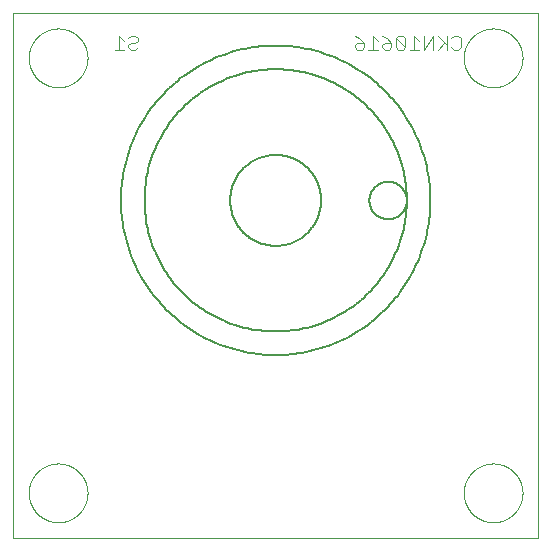
<source format=gbo>
G75*
%MOIN*%
%OFA0B0*%
%FSLAX25Y25*%
%IPPOS*%
%LPD*%
%AMOC8*
5,1,8,0,0,1.08239X$1,22.5*
%
%ADD10C,0.00000*%
%ADD11C,0.00500*%
%ADD12C,0.00400*%
D10*
X0001800Y0023933D02*
X0001800Y0198933D01*
X0176800Y0198933D01*
X0176800Y0023933D01*
X0001800Y0023933D01*
X0007000Y0038933D02*
X0007003Y0039174D01*
X0007012Y0039414D01*
X0007027Y0039654D01*
X0007047Y0039894D01*
X0007074Y0040133D01*
X0007106Y0040371D01*
X0007144Y0040608D01*
X0007188Y0040845D01*
X0007238Y0041080D01*
X0007294Y0041314D01*
X0007355Y0041547D01*
X0007422Y0041778D01*
X0007495Y0042007D01*
X0007573Y0042235D01*
X0007657Y0042460D01*
X0007746Y0042683D01*
X0007841Y0042904D01*
X0007941Y0043123D01*
X0008046Y0043339D01*
X0008157Y0043553D01*
X0008273Y0043763D01*
X0008394Y0043971D01*
X0008520Y0044176D01*
X0008652Y0044378D01*
X0008788Y0044576D01*
X0008929Y0044771D01*
X0009074Y0044962D01*
X0009224Y0045150D01*
X0009379Y0045334D01*
X0009539Y0045514D01*
X0009702Y0045690D01*
X0009870Y0045863D01*
X0010043Y0046031D01*
X0010219Y0046194D01*
X0010399Y0046354D01*
X0010583Y0046509D01*
X0010771Y0046659D01*
X0010962Y0046804D01*
X0011157Y0046945D01*
X0011355Y0047081D01*
X0011557Y0047213D01*
X0011762Y0047339D01*
X0011970Y0047460D01*
X0012180Y0047576D01*
X0012394Y0047687D01*
X0012610Y0047792D01*
X0012829Y0047892D01*
X0013050Y0047987D01*
X0013273Y0048076D01*
X0013498Y0048160D01*
X0013726Y0048238D01*
X0013955Y0048311D01*
X0014186Y0048378D01*
X0014419Y0048439D01*
X0014653Y0048495D01*
X0014888Y0048545D01*
X0015125Y0048589D01*
X0015362Y0048627D01*
X0015600Y0048659D01*
X0015839Y0048686D01*
X0016079Y0048706D01*
X0016319Y0048721D01*
X0016559Y0048730D01*
X0016800Y0048733D01*
X0017041Y0048730D01*
X0017281Y0048721D01*
X0017521Y0048706D01*
X0017761Y0048686D01*
X0018000Y0048659D01*
X0018238Y0048627D01*
X0018475Y0048589D01*
X0018712Y0048545D01*
X0018947Y0048495D01*
X0019181Y0048439D01*
X0019414Y0048378D01*
X0019645Y0048311D01*
X0019874Y0048238D01*
X0020102Y0048160D01*
X0020327Y0048076D01*
X0020550Y0047987D01*
X0020771Y0047892D01*
X0020990Y0047792D01*
X0021206Y0047687D01*
X0021420Y0047576D01*
X0021630Y0047460D01*
X0021838Y0047339D01*
X0022043Y0047213D01*
X0022245Y0047081D01*
X0022443Y0046945D01*
X0022638Y0046804D01*
X0022829Y0046659D01*
X0023017Y0046509D01*
X0023201Y0046354D01*
X0023381Y0046194D01*
X0023557Y0046031D01*
X0023730Y0045863D01*
X0023898Y0045690D01*
X0024061Y0045514D01*
X0024221Y0045334D01*
X0024376Y0045150D01*
X0024526Y0044962D01*
X0024671Y0044771D01*
X0024812Y0044576D01*
X0024948Y0044378D01*
X0025080Y0044176D01*
X0025206Y0043971D01*
X0025327Y0043763D01*
X0025443Y0043553D01*
X0025554Y0043339D01*
X0025659Y0043123D01*
X0025759Y0042904D01*
X0025854Y0042683D01*
X0025943Y0042460D01*
X0026027Y0042235D01*
X0026105Y0042007D01*
X0026178Y0041778D01*
X0026245Y0041547D01*
X0026306Y0041314D01*
X0026362Y0041080D01*
X0026412Y0040845D01*
X0026456Y0040608D01*
X0026494Y0040371D01*
X0026526Y0040133D01*
X0026553Y0039894D01*
X0026573Y0039654D01*
X0026588Y0039414D01*
X0026597Y0039174D01*
X0026600Y0038933D01*
X0026597Y0038692D01*
X0026588Y0038452D01*
X0026573Y0038212D01*
X0026553Y0037972D01*
X0026526Y0037733D01*
X0026494Y0037495D01*
X0026456Y0037258D01*
X0026412Y0037021D01*
X0026362Y0036786D01*
X0026306Y0036552D01*
X0026245Y0036319D01*
X0026178Y0036088D01*
X0026105Y0035859D01*
X0026027Y0035631D01*
X0025943Y0035406D01*
X0025854Y0035183D01*
X0025759Y0034962D01*
X0025659Y0034743D01*
X0025554Y0034527D01*
X0025443Y0034313D01*
X0025327Y0034103D01*
X0025206Y0033895D01*
X0025080Y0033690D01*
X0024948Y0033488D01*
X0024812Y0033290D01*
X0024671Y0033095D01*
X0024526Y0032904D01*
X0024376Y0032716D01*
X0024221Y0032532D01*
X0024061Y0032352D01*
X0023898Y0032176D01*
X0023730Y0032003D01*
X0023557Y0031835D01*
X0023381Y0031672D01*
X0023201Y0031512D01*
X0023017Y0031357D01*
X0022829Y0031207D01*
X0022638Y0031062D01*
X0022443Y0030921D01*
X0022245Y0030785D01*
X0022043Y0030653D01*
X0021838Y0030527D01*
X0021630Y0030406D01*
X0021420Y0030290D01*
X0021206Y0030179D01*
X0020990Y0030074D01*
X0020771Y0029974D01*
X0020550Y0029879D01*
X0020327Y0029790D01*
X0020102Y0029706D01*
X0019874Y0029628D01*
X0019645Y0029555D01*
X0019414Y0029488D01*
X0019181Y0029427D01*
X0018947Y0029371D01*
X0018712Y0029321D01*
X0018475Y0029277D01*
X0018238Y0029239D01*
X0018000Y0029207D01*
X0017761Y0029180D01*
X0017521Y0029160D01*
X0017281Y0029145D01*
X0017041Y0029136D01*
X0016800Y0029133D01*
X0016559Y0029136D01*
X0016319Y0029145D01*
X0016079Y0029160D01*
X0015839Y0029180D01*
X0015600Y0029207D01*
X0015362Y0029239D01*
X0015125Y0029277D01*
X0014888Y0029321D01*
X0014653Y0029371D01*
X0014419Y0029427D01*
X0014186Y0029488D01*
X0013955Y0029555D01*
X0013726Y0029628D01*
X0013498Y0029706D01*
X0013273Y0029790D01*
X0013050Y0029879D01*
X0012829Y0029974D01*
X0012610Y0030074D01*
X0012394Y0030179D01*
X0012180Y0030290D01*
X0011970Y0030406D01*
X0011762Y0030527D01*
X0011557Y0030653D01*
X0011355Y0030785D01*
X0011157Y0030921D01*
X0010962Y0031062D01*
X0010771Y0031207D01*
X0010583Y0031357D01*
X0010399Y0031512D01*
X0010219Y0031672D01*
X0010043Y0031835D01*
X0009870Y0032003D01*
X0009702Y0032176D01*
X0009539Y0032352D01*
X0009379Y0032532D01*
X0009224Y0032716D01*
X0009074Y0032904D01*
X0008929Y0033095D01*
X0008788Y0033290D01*
X0008652Y0033488D01*
X0008520Y0033690D01*
X0008394Y0033895D01*
X0008273Y0034103D01*
X0008157Y0034313D01*
X0008046Y0034527D01*
X0007941Y0034743D01*
X0007841Y0034962D01*
X0007746Y0035183D01*
X0007657Y0035406D01*
X0007573Y0035631D01*
X0007495Y0035859D01*
X0007422Y0036088D01*
X0007355Y0036319D01*
X0007294Y0036552D01*
X0007238Y0036786D01*
X0007188Y0037021D01*
X0007144Y0037258D01*
X0007106Y0037495D01*
X0007074Y0037733D01*
X0007047Y0037972D01*
X0007027Y0038212D01*
X0007012Y0038452D01*
X0007003Y0038692D01*
X0007000Y0038933D01*
X0007000Y0183933D02*
X0007003Y0184174D01*
X0007012Y0184414D01*
X0007027Y0184654D01*
X0007047Y0184894D01*
X0007074Y0185133D01*
X0007106Y0185371D01*
X0007144Y0185608D01*
X0007188Y0185845D01*
X0007238Y0186080D01*
X0007294Y0186314D01*
X0007355Y0186547D01*
X0007422Y0186778D01*
X0007495Y0187007D01*
X0007573Y0187235D01*
X0007657Y0187460D01*
X0007746Y0187683D01*
X0007841Y0187904D01*
X0007941Y0188123D01*
X0008046Y0188339D01*
X0008157Y0188553D01*
X0008273Y0188763D01*
X0008394Y0188971D01*
X0008520Y0189176D01*
X0008652Y0189378D01*
X0008788Y0189576D01*
X0008929Y0189771D01*
X0009074Y0189962D01*
X0009224Y0190150D01*
X0009379Y0190334D01*
X0009539Y0190514D01*
X0009702Y0190690D01*
X0009870Y0190863D01*
X0010043Y0191031D01*
X0010219Y0191194D01*
X0010399Y0191354D01*
X0010583Y0191509D01*
X0010771Y0191659D01*
X0010962Y0191804D01*
X0011157Y0191945D01*
X0011355Y0192081D01*
X0011557Y0192213D01*
X0011762Y0192339D01*
X0011970Y0192460D01*
X0012180Y0192576D01*
X0012394Y0192687D01*
X0012610Y0192792D01*
X0012829Y0192892D01*
X0013050Y0192987D01*
X0013273Y0193076D01*
X0013498Y0193160D01*
X0013726Y0193238D01*
X0013955Y0193311D01*
X0014186Y0193378D01*
X0014419Y0193439D01*
X0014653Y0193495D01*
X0014888Y0193545D01*
X0015125Y0193589D01*
X0015362Y0193627D01*
X0015600Y0193659D01*
X0015839Y0193686D01*
X0016079Y0193706D01*
X0016319Y0193721D01*
X0016559Y0193730D01*
X0016800Y0193733D01*
X0017041Y0193730D01*
X0017281Y0193721D01*
X0017521Y0193706D01*
X0017761Y0193686D01*
X0018000Y0193659D01*
X0018238Y0193627D01*
X0018475Y0193589D01*
X0018712Y0193545D01*
X0018947Y0193495D01*
X0019181Y0193439D01*
X0019414Y0193378D01*
X0019645Y0193311D01*
X0019874Y0193238D01*
X0020102Y0193160D01*
X0020327Y0193076D01*
X0020550Y0192987D01*
X0020771Y0192892D01*
X0020990Y0192792D01*
X0021206Y0192687D01*
X0021420Y0192576D01*
X0021630Y0192460D01*
X0021838Y0192339D01*
X0022043Y0192213D01*
X0022245Y0192081D01*
X0022443Y0191945D01*
X0022638Y0191804D01*
X0022829Y0191659D01*
X0023017Y0191509D01*
X0023201Y0191354D01*
X0023381Y0191194D01*
X0023557Y0191031D01*
X0023730Y0190863D01*
X0023898Y0190690D01*
X0024061Y0190514D01*
X0024221Y0190334D01*
X0024376Y0190150D01*
X0024526Y0189962D01*
X0024671Y0189771D01*
X0024812Y0189576D01*
X0024948Y0189378D01*
X0025080Y0189176D01*
X0025206Y0188971D01*
X0025327Y0188763D01*
X0025443Y0188553D01*
X0025554Y0188339D01*
X0025659Y0188123D01*
X0025759Y0187904D01*
X0025854Y0187683D01*
X0025943Y0187460D01*
X0026027Y0187235D01*
X0026105Y0187007D01*
X0026178Y0186778D01*
X0026245Y0186547D01*
X0026306Y0186314D01*
X0026362Y0186080D01*
X0026412Y0185845D01*
X0026456Y0185608D01*
X0026494Y0185371D01*
X0026526Y0185133D01*
X0026553Y0184894D01*
X0026573Y0184654D01*
X0026588Y0184414D01*
X0026597Y0184174D01*
X0026600Y0183933D01*
X0026597Y0183692D01*
X0026588Y0183452D01*
X0026573Y0183212D01*
X0026553Y0182972D01*
X0026526Y0182733D01*
X0026494Y0182495D01*
X0026456Y0182258D01*
X0026412Y0182021D01*
X0026362Y0181786D01*
X0026306Y0181552D01*
X0026245Y0181319D01*
X0026178Y0181088D01*
X0026105Y0180859D01*
X0026027Y0180631D01*
X0025943Y0180406D01*
X0025854Y0180183D01*
X0025759Y0179962D01*
X0025659Y0179743D01*
X0025554Y0179527D01*
X0025443Y0179313D01*
X0025327Y0179103D01*
X0025206Y0178895D01*
X0025080Y0178690D01*
X0024948Y0178488D01*
X0024812Y0178290D01*
X0024671Y0178095D01*
X0024526Y0177904D01*
X0024376Y0177716D01*
X0024221Y0177532D01*
X0024061Y0177352D01*
X0023898Y0177176D01*
X0023730Y0177003D01*
X0023557Y0176835D01*
X0023381Y0176672D01*
X0023201Y0176512D01*
X0023017Y0176357D01*
X0022829Y0176207D01*
X0022638Y0176062D01*
X0022443Y0175921D01*
X0022245Y0175785D01*
X0022043Y0175653D01*
X0021838Y0175527D01*
X0021630Y0175406D01*
X0021420Y0175290D01*
X0021206Y0175179D01*
X0020990Y0175074D01*
X0020771Y0174974D01*
X0020550Y0174879D01*
X0020327Y0174790D01*
X0020102Y0174706D01*
X0019874Y0174628D01*
X0019645Y0174555D01*
X0019414Y0174488D01*
X0019181Y0174427D01*
X0018947Y0174371D01*
X0018712Y0174321D01*
X0018475Y0174277D01*
X0018238Y0174239D01*
X0018000Y0174207D01*
X0017761Y0174180D01*
X0017521Y0174160D01*
X0017281Y0174145D01*
X0017041Y0174136D01*
X0016800Y0174133D01*
X0016559Y0174136D01*
X0016319Y0174145D01*
X0016079Y0174160D01*
X0015839Y0174180D01*
X0015600Y0174207D01*
X0015362Y0174239D01*
X0015125Y0174277D01*
X0014888Y0174321D01*
X0014653Y0174371D01*
X0014419Y0174427D01*
X0014186Y0174488D01*
X0013955Y0174555D01*
X0013726Y0174628D01*
X0013498Y0174706D01*
X0013273Y0174790D01*
X0013050Y0174879D01*
X0012829Y0174974D01*
X0012610Y0175074D01*
X0012394Y0175179D01*
X0012180Y0175290D01*
X0011970Y0175406D01*
X0011762Y0175527D01*
X0011557Y0175653D01*
X0011355Y0175785D01*
X0011157Y0175921D01*
X0010962Y0176062D01*
X0010771Y0176207D01*
X0010583Y0176357D01*
X0010399Y0176512D01*
X0010219Y0176672D01*
X0010043Y0176835D01*
X0009870Y0177003D01*
X0009702Y0177176D01*
X0009539Y0177352D01*
X0009379Y0177532D01*
X0009224Y0177716D01*
X0009074Y0177904D01*
X0008929Y0178095D01*
X0008788Y0178290D01*
X0008652Y0178488D01*
X0008520Y0178690D01*
X0008394Y0178895D01*
X0008273Y0179103D01*
X0008157Y0179313D01*
X0008046Y0179527D01*
X0007941Y0179743D01*
X0007841Y0179962D01*
X0007746Y0180183D01*
X0007657Y0180406D01*
X0007573Y0180631D01*
X0007495Y0180859D01*
X0007422Y0181088D01*
X0007355Y0181319D01*
X0007294Y0181552D01*
X0007238Y0181786D01*
X0007188Y0182021D01*
X0007144Y0182258D01*
X0007106Y0182495D01*
X0007074Y0182733D01*
X0007047Y0182972D01*
X0007027Y0183212D01*
X0007012Y0183452D01*
X0007003Y0183692D01*
X0007000Y0183933D01*
X0152000Y0183933D02*
X0152003Y0184174D01*
X0152012Y0184414D01*
X0152027Y0184654D01*
X0152047Y0184894D01*
X0152074Y0185133D01*
X0152106Y0185371D01*
X0152144Y0185608D01*
X0152188Y0185845D01*
X0152238Y0186080D01*
X0152294Y0186314D01*
X0152355Y0186547D01*
X0152422Y0186778D01*
X0152495Y0187007D01*
X0152573Y0187235D01*
X0152657Y0187460D01*
X0152746Y0187683D01*
X0152841Y0187904D01*
X0152941Y0188123D01*
X0153046Y0188339D01*
X0153157Y0188553D01*
X0153273Y0188763D01*
X0153394Y0188971D01*
X0153520Y0189176D01*
X0153652Y0189378D01*
X0153788Y0189576D01*
X0153929Y0189771D01*
X0154074Y0189962D01*
X0154224Y0190150D01*
X0154379Y0190334D01*
X0154539Y0190514D01*
X0154702Y0190690D01*
X0154870Y0190863D01*
X0155043Y0191031D01*
X0155219Y0191194D01*
X0155399Y0191354D01*
X0155583Y0191509D01*
X0155771Y0191659D01*
X0155962Y0191804D01*
X0156157Y0191945D01*
X0156355Y0192081D01*
X0156557Y0192213D01*
X0156762Y0192339D01*
X0156970Y0192460D01*
X0157180Y0192576D01*
X0157394Y0192687D01*
X0157610Y0192792D01*
X0157829Y0192892D01*
X0158050Y0192987D01*
X0158273Y0193076D01*
X0158498Y0193160D01*
X0158726Y0193238D01*
X0158955Y0193311D01*
X0159186Y0193378D01*
X0159419Y0193439D01*
X0159653Y0193495D01*
X0159888Y0193545D01*
X0160125Y0193589D01*
X0160362Y0193627D01*
X0160600Y0193659D01*
X0160839Y0193686D01*
X0161079Y0193706D01*
X0161319Y0193721D01*
X0161559Y0193730D01*
X0161800Y0193733D01*
X0162041Y0193730D01*
X0162281Y0193721D01*
X0162521Y0193706D01*
X0162761Y0193686D01*
X0163000Y0193659D01*
X0163238Y0193627D01*
X0163475Y0193589D01*
X0163712Y0193545D01*
X0163947Y0193495D01*
X0164181Y0193439D01*
X0164414Y0193378D01*
X0164645Y0193311D01*
X0164874Y0193238D01*
X0165102Y0193160D01*
X0165327Y0193076D01*
X0165550Y0192987D01*
X0165771Y0192892D01*
X0165990Y0192792D01*
X0166206Y0192687D01*
X0166420Y0192576D01*
X0166630Y0192460D01*
X0166838Y0192339D01*
X0167043Y0192213D01*
X0167245Y0192081D01*
X0167443Y0191945D01*
X0167638Y0191804D01*
X0167829Y0191659D01*
X0168017Y0191509D01*
X0168201Y0191354D01*
X0168381Y0191194D01*
X0168557Y0191031D01*
X0168730Y0190863D01*
X0168898Y0190690D01*
X0169061Y0190514D01*
X0169221Y0190334D01*
X0169376Y0190150D01*
X0169526Y0189962D01*
X0169671Y0189771D01*
X0169812Y0189576D01*
X0169948Y0189378D01*
X0170080Y0189176D01*
X0170206Y0188971D01*
X0170327Y0188763D01*
X0170443Y0188553D01*
X0170554Y0188339D01*
X0170659Y0188123D01*
X0170759Y0187904D01*
X0170854Y0187683D01*
X0170943Y0187460D01*
X0171027Y0187235D01*
X0171105Y0187007D01*
X0171178Y0186778D01*
X0171245Y0186547D01*
X0171306Y0186314D01*
X0171362Y0186080D01*
X0171412Y0185845D01*
X0171456Y0185608D01*
X0171494Y0185371D01*
X0171526Y0185133D01*
X0171553Y0184894D01*
X0171573Y0184654D01*
X0171588Y0184414D01*
X0171597Y0184174D01*
X0171600Y0183933D01*
X0171597Y0183692D01*
X0171588Y0183452D01*
X0171573Y0183212D01*
X0171553Y0182972D01*
X0171526Y0182733D01*
X0171494Y0182495D01*
X0171456Y0182258D01*
X0171412Y0182021D01*
X0171362Y0181786D01*
X0171306Y0181552D01*
X0171245Y0181319D01*
X0171178Y0181088D01*
X0171105Y0180859D01*
X0171027Y0180631D01*
X0170943Y0180406D01*
X0170854Y0180183D01*
X0170759Y0179962D01*
X0170659Y0179743D01*
X0170554Y0179527D01*
X0170443Y0179313D01*
X0170327Y0179103D01*
X0170206Y0178895D01*
X0170080Y0178690D01*
X0169948Y0178488D01*
X0169812Y0178290D01*
X0169671Y0178095D01*
X0169526Y0177904D01*
X0169376Y0177716D01*
X0169221Y0177532D01*
X0169061Y0177352D01*
X0168898Y0177176D01*
X0168730Y0177003D01*
X0168557Y0176835D01*
X0168381Y0176672D01*
X0168201Y0176512D01*
X0168017Y0176357D01*
X0167829Y0176207D01*
X0167638Y0176062D01*
X0167443Y0175921D01*
X0167245Y0175785D01*
X0167043Y0175653D01*
X0166838Y0175527D01*
X0166630Y0175406D01*
X0166420Y0175290D01*
X0166206Y0175179D01*
X0165990Y0175074D01*
X0165771Y0174974D01*
X0165550Y0174879D01*
X0165327Y0174790D01*
X0165102Y0174706D01*
X0164874Y0174628D01*
X0164645Y0174555D01*
X0164414Y0174488D01*
X0164181Y0174427D01*
X0163947Y0174371D01*
X0163712Y0174321D01*
X0163475Y0174277D01*
X0163238Y0174239D01*
X0163000Y0174207D01*
X0162761Y0174180D01*
X0162521Y0174160D01*
X0162281Y0174145D01*
X0162041Y0174136D01*
X0161800Y0174133D01*
X0161559Y0174136D01*
X0161319Y0174145D01*
X0161079Y0174160D01*
X0160839Y0174180D01*
X0160600Y0174207D01*
X0160362Y0174239D01*
X0160125Y0174277D01*
X0159888Y0174321D01*
X0159653Y0174371D01*
X0159419Y0174427D01*
X0159186Y0174488D01*
X0158955Y0174555D01*
X0158726Y0174628D01*
X0158498Y0174706D01*
X0158273Y0174790D01*
X0158050Y0174879D01*
X0157829Y0174974D01*
X0157610Y0175074D01*
X0157394Y0175179D01*
X0157180Y0175290D01*
X0156970Y0175406D01*
X0156762Y0175527D01*
X0156557Y0175653D01*
X0156355Y0175785D01*
X0156157Y0175921D01*
X0155962Y0176062D01*
X0155771Y0176207D01*
X0155583Y0176357D01*
X0155399Y0176512D01*
X0155219Y0176672D01*
X0155043Y0176835D01*
X0154870Y0177003D01*
X0154702Y0177176D01*
X0154539Y0177352D01*
X0154379Y0177532D01*
X0154224Y0177716D01*
X0154074Y0177904D01*
X0153929Y0178095D01*
X0153788Y0178290D01*
X0153652Y0178488D01*
X0153520Y0178690D01*
X0153394Y0178895D01*
X0153273Y0179103D01*
X0153157Y0179313D01*
X0153046Y0179527D01*
X0152941Y0179743D01*
X0152841Y0179962D01*
X0152746Y0180183D01*
X0152657Y0180406D01*
X0152573Y0180631D01*
X0152495Y0180859D01*
X0152422Y0181088D01*
X0152355Y0181319D01*
X0152294Y0181552D01*
X0152238Y0181786D01*
X0152188Y0182021D01*
X0152144Y0182258D01*
X0152106Y0182495D01*
X0152074Y0182733D01*
X0152047Y0182972D01*
X0152027Y0183212D01*
X0152012Y0183452D01*
X0152003Y0183692D01*
X0152000Y0183933D01*
X0152000Y0038933D02*
X0152003Y0039174D01*
X0152012Y0039414D01*
X0152027Y0039654D01*
X0152047Y0039894D01*
X0152074Y0040133D01*
X0152106Y0040371D01*
X0152144Y0040608D01*
X0152188Y0040845D01*
X0152238Y0041080D01*
X0152294Y0041314D01*
X0152355Y0041547D01*
X0152422Y0041778D01*
X0152495Y0042007D01*
X0152573Y0042235D01*
X0152657Y0042460D01*
X0152746Y0042683D01*
X0152841Y0042904D01*
X0152941Y0043123D01*
X0153046Y0043339D01*
X0153157Y0043553D01*
X0153273Y0043763D01*
X0153394Y0043971D01*
X0153520Y0044176D01*
X0153652Y0044378D01*
X0153788Y0044576D01*
X0153929Y0044771D01*
X0154074Y0044962D01*
X0154224Y0045150D01*
X0154379Y0045334D01*
X0154539Y0045514D01*
X0154702Y0045690D01*
X0154870Y0045863D01*
X0155043Y0046031D01*
X0155219Y0046194D01*
X0155399Y0046354D01*
X0155583Y0046509D01*
X0155771Y0046659D01*
X0155962Y0046804D01*
X0156157Y0046945D01*
X0156355Y0047081D01*
X0156557Y0047213D01*
X0156762Y0047339D01*
X0156970Y0047460D01*
X0157180Y0047576D01*
X0157394Y0047687D01*
X0157610Y0047792D01*
X0157829Y0047892D01*
X0158050Y0047987D01*
X0158273Y0048076D01*
X0158498Y0048160D01*
X0158726Y0048238D01*
X0158955Y0048311D01*
X0159186Y0048378D01*
X0159419Y0048439D01*
X0159653Y0048495D01*
X0159888Y0048545D01*
X0160125Y0048589D01*
X0160362Y0048627D01*
X0160600Y0048659D01*
X0160839Y0048686D01*
X0161079Y0048706D01*
X0161319Y0048721D01*
X0161559Y0048730D01*
X0161800Y0048733D01*
X0162041Y0048730D01*
X0162281Y0048721D01*
X0162521Y0048706D01*
X0162761Y0048686D01*
X0163000Y0048659D01*
X0163238Y0048627D01*
X0163475Y0048589D01*
X0163712Y0048545D01*
X0163947Y0048495D01*
X0164181Y0048439D01*
X0164414Y0048378D01*
X0164645Y0048311D01*
X0164874Y0048238D01*
X0165102Y0048160D01*
X0165327Y0048076D01*
X0165550Y0047987D01*
X0165771Y0047892D01*
X0165990Y0047792D01*
X0166206Y0047687D01*
X0166420Y0047576D01*
X0166630Y0047460D01*
X0166838Y0047339D01*
X0167043Y0047213D01*
X0167245Y0047081D01*
X0167443Y0046945D01*
X0167638Y0046804D01*
X0167829Y0046659D01*
X0168017Y0046509D01*
X0168201Y0046354D01*
X0168381Y0046194D01*
X0168557Y0046031D01*
X0168730Y0045863D01*
X0168898Y0045690D01*
X0169061Y0045514D01*
X0169221Y0045334D01*
X0169376Y0045150D01*
X0169526Y0044962D01*
X0169671Y0044771D01*
X0169812Y0044576D01*
X0169948Y0044378D01*
X0170080Y0044176D01*
X0170206Y0043971D01*
X0170327Y0043763D01*
X0170443Y0043553D01*
X0170554Y0043339D01*
X0170659Y0043123D01*
X0170759Y0042904D01*
X0170854Y0042683D01*
X0170943Y0042460D01*
X0171027Y0042235D01*
X0171105Y0042007D01*
X0171178Y0041778D01*
X0171245Y0041547D01*
X0171306Y0041314D01*
X0171362Y0041080D01*
X0171412Y0040845D01*
X0171456Y0040608D01*
X0171494Y0040371D01*
X0171526Y0040133D01*
X0171553Y0039894D01*
X0171573Y0039654D01*
X0171588Y0039414D01*
X0171597Y0039174D01*
X0171600Y0038933D01*
X0171597Y0038692D01*
X0171588Y0038452D01*
X0171573Y0038212D01*
X0171553Y0037972D01*
X0171526Y0037733D01*
X0171494Y0037495D01*
X0171456Y0037258D01*
X0171412Y0037021D01*
X0171362Y0036786D01*
X0171306Y0036552D01*
X0171245Y0036319D01*
X0171178Y0036088D01*
X0171105Y0035859D01*
X0171027Y0035631D01*
X0170943Y0035406D01*
X0170854Y0035183D01*
X0170759Y0034962D01*
X0170659Y0034743D01*
X0170554Y0034527D01*
X0170443Y0034313D01*
X0170327Y0034103D01*
X0170206Y0033895D01*
X0170080Y0033690D01*
X0169948Y0033488D01*
X0169812Y0033290D01*
X0169671Y0033095D01*
X0169526Y0032904D01*
X0169376Y0032716D01*
X0169221Y0032532D01*
X0169061Y0032352D01*
X0168898Y0032176D01*
X0168730Y0032003D01*
X0168557Y0031835D01*
X0168381Y0031672D01*
X0168201Y0031512D01*
X0168017Y0031357D01*
X0167829Y0031207D01*
X0167638Y0031062D01*
X0167443Y0030921D01*
X0167245Y0030785D01*
X0167043Y0030653D01*
X0166838Y0030527D01*
X0166630Y0030406D01*
X0166420Y0030290D01*
X0166206Y0030179D01*
X0165990Y0030074D01*
X0165771Y0029974D01*
X0165550Y0029879D01*
X0165327Y0029790D01*
X0165102Y0029706D01*
X0164874Y0029628D01*
X0164645Y0029555D01*
X0164414Y0029488D01*
X0164181Y0029427D01*
X0163947Y0029371D01*
X0163712Y0029321D01*
X0163475Y0029277D01*
X0163238Y0029239D01*
X0163000Y0029207D01*
X0162761Y0029180D01*
X0162521Y0029160D01*
X0162281Y0029145D01*
X0162041Y0029136D01*
X0161800Y0029133D01*
X0161559Y0029136D01*
X0161319Y0029145D01*
X0161079Y0029160D01*
X0160839Y0029180D01*
X0160600Y0029207D01*
X0160362Y0029239D01*
X0160125Y0029277D01*
X0159888Y0029321D01*
X0159653Y0029371D01*
X0159419Y0029427D01*
X0159186Y0029488D01*
X0158955Y0029555D01*
X0158726Y0029628D01*
X0158498Y0029706D01*
X0158273Y0029790D01*
X0158050Y0029879D01*
X0157829Y0029974D01*
X0157610Y0030074D01*
X0157394Y0030179D01*
X0157180Y0030290D01*
X0156970Y0030406D01*
X0156762Y0030527D01*
X0156557Y0030653D01*
X0156355Y0030785D01*
X0156157Y0030921D01*
X0155962Y0031062D01*
X0155771Y0031207D01*
X0155583Y0031357D01*
X0155399Y0031512D01*
X0155219Y0031672D01*
X0155043Y0031835D01*
X0154870Y0032003D01*
X0154702Y0032176D01*
X0154539Y0032352D01*
X0154379Y0032532D01*
X0154224Y0032716D01*
X0154074Y0032904D01*
X0153929Y0033095D01*
X0153788Y0033290D01*
X0153652Y0033488D01*
X0153520Y0033690D01*
X0153394Y0033895D01*
X0153273Y0034103D01*
X0153157Y0034313D01*
X0153046Y0034527D01*
X0152941Y0034743D01*
X0152841Y0034962D01*
X0152746Y0035183D01*
X0152657Y0035406D01*
X0152573Y0035631D01*
X0152495Y0035859D01*
X0152422Y0036088D01*
X0152355Y0036319D01*
X0152294Y0036552D01*
X0152238Y0036786D01*
X0152188Y0037021D01*
X0152144Y0037258D01*
X0152106Y0037495D01*
X0152074Y0037733D01*
X0152047Y0037972D01*
X0152027Y0038212D01*
X0152012Y0038452D01*
X0152003Y0038692D01*
X0152000Y0038933D01*
D11*
X0120550Y0136433D02*
X0120552Y0136591D01*
X0120558Y0136748D01*
X0120568Y0136906D01*
X0120582Y0137063D01*
X0120600Y0137219D01*
X0120621Y0137376D01*
X0120647Y0137531D01*
X0120677Y0137686D01*
X0120710Y0137840D01*
X0120748Y0137993D01*
X0120789Y0138146D01*
X0120834Y0138297D01*
X0120883Y0138447D01*
X0120936Y0138595D01*
X0120992Y0138743D01*
X0121053Y0138888D01*
X0121116Y0139033D01*
X0121184Y0139175D01*
X0121255Y0139316D01*
X0121329Y0139455D01*
X0121407Y0139592D01*
X0121489Y0139727D01*
X0121573Y0139860D01*
X0121662Y0139991D01*
X0121753Y0140119D01*
X0121848Y0140246D01*
X0121945Y0140369D01*
X0122046Y0140491D01*
X0122150Y0140609D01*
X0122257Y0140725D01*
X0122367Y0140838D01*
X0122479Y0140949D01*
X0122595Y0141056D01*
X0122713Y0141161D01*
X0122833Y0141263D01*
X0122956Y0141361D01*
X0123082Y0141457D01*
X0123210Y0141549D01*
X0123340Y0141638D01*
X0123472Y0141724D01*
X0123607Y0141806D01*
X0123744Y0141885D01*
X0123882Y0141960D01*
X0124022Y0142032D01*
X0124165Y0142100D01*
X0124308Y0142165D01*
X0124454Y0142226D01*
X0124601Y0142283D01*
X0124749Y0142337D01*
X0124899Y0142387D01*
X0125049Y0142433D01*
X0125201Y0142475D01*
X0125354Y0142514D01*
X0125508Y0142548D01*
X0125663Y0142579D01*
X0125818Y0142605D01*
X0125974Y0142628D01*
X0126131Y0142647D01*
X0126288Y0142662D01*
X0126445Y0142673D01*
X0126603Y0142680D01*
X0126761Y0142683D01*
X0126918Y0142682D01*
X0127076Y0142677D01*
X0127233Y0142668D01*
X0127391Y0142655D01*
X0127547Y0142638D01*
X0127704Y0142617D01*
X0127859Y0142593D01*
X0128014Y0142564D01*
X0128169Y0142531D01*
X0128322Y0142495D01*
X0128475Y0142454D01*
X0128626Y0142410D01*
X0128776Y0142362D01*
X0128925Y0142311D01*
X0129073Y0142255D01*
X0129219Y0142196D01*
X0129364Y0142133D01*
X0129507Y0142066D01*
X0129648Y0141996D01*
X0129787Y0141923D01*
X0129925Y0141846D01*
X0130061Y0141765D01*
X0130194Y0141681D01*
X0130325Y0141594D01*
X0130454Y0141503D01*
X0130581Y0141409D01*
X0130706Y0141312D01*
X0130827Y0141212D01*
X0130947Y0141109D01*
X0131063Y0141003D01*
X0131177Y0140894D01*
X0131289Y0140782D01*
X0131397Y0140668D01*
X0131502Y0140550D01*
X0131605Y0140430D01*
X0131704Y0140308D01*
X0131800Y0140183D01*
X0131893Y0140055D01*
X0131983Y0139926D01*
X0132069Y0139794D01*
X0132153Y0139660D01*
X0132232Y0139524D01*
X0132309Y0139386D01*
X0132381Y0139246D01*
X0132450Y0139104D01*
X0132516Y0138961D01*
X0132578Y0138816D01*
X0132636Y0138669D01*
X0132691Y0138521D01*
X0132742Y0138372D01*
X0132789Y0138221D01*
X0132832Y0138070D01*
X0132871Y0137917D01*
X0132907Y0137763D01*
X0132938Y0137609D01*
X0132966Y0137454D01*
X0132990Y0137298D01*
X0133010Y0137141D01*
X0133026Y0136984D01*
X0133038Y0136827D01*
X0133046Y0136670D01*
X0133050Y0136512D01*
X0133050Y0136354D01*
X0133046Y0136196D01*
X0133038Y0136039D01*
X0133026Y0135882D01*
X0133010Y0135725D01*
X0132990Y0135568D01*
X0132966Y0135412D01*
X0132938Y0135257D01*
X0132907Y0135103D01*
X0132871Y0134949D01*
X0132832Y0134796D01*
X0132789Y0134645D01*
X0132742Y0134494D01*
X0132691Y0134345D01*
X0132636Y0134197D01*
X0132578Y0134050D01*
X0132516Y0133905D01*
X0132450Y0133762D01*
X0132381Y0133620D01*
X0132309Y0133480D01*
X0132232Y0133342D01*
X0132153Y0133206D01*
X0132069Y0133072D01*
X0131983Y0132940D01*
X0131893Y0132811D01*
X0131800Y0132683D01*
X0131704Y0132558D01*
X0131605Y0132436D01*
X0131502Y0132316D01*
X0131397Y0132198D01*
X0131289Y0132084D01*
X0131177Y0131972D01*
X0131063Y0131863D01*
X0130947Y0131757D01*
X0130827Y0131654D01*
X0130706Y0131554D01*
X0130581Y0131457D01*
X0130454Y0131363D01*
X0130325Y0131272D01*
X0130194Y0131185D01*
X0130061Y0131101D01*
X0129925Y0131020D01*
X0129787Y0130943D01*
X0129648Y0130870D01*
X0129507Y0130800D01*
X0129364Y0130733D01*
X0129219Y0130670D01*
X0129073Y0130611D01*
X0128925Y0130555D01*
X0128776Y0130504D01*
X0128626Y0130456D01*
X0128475Y0130412D01*
X0128322Y0130371D01*
X0128169Y0130335D01*
X0128014Y0130302D01*
X0127859Y0130273D01*
X0127704Y0130249D01*
X0127547Y0130228D01*
X0127391Y0130211D01*
X0127233Y0130198D01*
X0127076Y0130189D01*
X0126918Y0130184D01*
X0126761Y0130183D01*
X0126603Y0130186D01*
X0126445Y0130193D01*
X0126288Y0130204D01*
X0126131Y0130219D01*
X0125974Y0130238D01*
X0125818Y0130261D01*
X0125663Y0130287D01*
X0125508Y0130318D01*
X0125354Y0130352D01*
X0125201Y0130391D01*
X0125049Y0130433D01*
X0124899Y0130479D01*
X0124749Y0130529D01*
X0124601Y0130583D01*
X0124454Y0130640D01*
X0124308Y0130701D01*
X0124165Y0130766D01*
X0124022Y0130834D01*
X0123882Y0130906D01*
X0123744Y0130981D01*
X0123607Y0131060D01*
X0123472Y0131142D01*
X0123340Y0131228D01*
X0123210Y0131317D01*
X0123082Y0131409D01*
X0122956Y0131505D01*
X0122833Y0131603D01*
X0122713Y0131705D01*
X0122595Y0131810D01*
X0122479Y0131917D01*
X0122367Y0132028D01*
X0122257Y0132141D01*
X0122150Y0132257D01*
X0122046Y0132375D01*
X0121945Y0132497D01*
X0121848Y0132620D01*
X0121753Y0132747D01*
X0121662Y0132875D01*
X0121573Y0133006D01*
X0121489Y0133139D01*
X0121407Y0133274D01*
X0121329Y0133411D01*
X0121255Y0133550D01*
X0121184Y0133691D01*
X0121116Y0133833D01*
X0121053Y0133978D01*
X0120992Y0134123D01*
X0120936Y0134271D01*
X0120883Y0134419D01*
X0120834Y0134569D01*
X0120789Y0134720D01*
X0120748Y0134873D01*
X0120710Y0135026D01*
X0120677Y0135180D01*
X0120647Y0135335D01*
X0120621Y0135490D01*
X0120600Y0135647D01*
X0120582Y0135803D01*
X0120568Y0135960D01*
X0120558Y0136118D01*
X0120552Y0136275D01*
X0120550Y0136433D01*
X0074150Y0136433D02*
X0074155Y0136805D01*
X0074168Y0137176D01*
X0074191Y0137548D01*
X0074223Y0137918D01*
X0074264Y0138288D01*
X0074314Y0138656D01*
X0074373Y0139023D01*
X0074441Y0139389D01*
X0074518Y0139752D01*
X0074604Y0140114D01*
X0074699Y0140474D01*
X0074802Y0140831D01*
X0074915Y0141185D01*
X0075036Y0141537D01*
X0075165Y0141885D01*
X0075303Y0142231D01*
X0075450Y0142572D01*
X0075605Y0142910D01*
X0075768Y0143245D01*
X0075939Y0143575D01*
X0076118Y0143900D01*
X0076305Y0144222D01*
X0076500Y0144538D01*
X0076703Y0144850D01*
X0076914Y0145156D01*
X0077131Y0145458D01*
X0077357Y0145754D01*
X0077589Y0146044D01*
X0077828Y0146329D01*
X0078075Y0146607D01*
X0078328Y0146880D01*
X0078587Y0147146D01*
X0078853Y0147405D01*
X0079126Y0147658D01*
X0079404Y0147905D01*
X0079689Y0148144D01*
X0079979Y0148376D01*
X0080275Y0148602D01*
X0080577Y0148819D01*
X0080883Y0149030D01*
X0081195Y0149233D01*
X0081511Y0149428D01*
X0081833Y0149615D01*
X0082158Y0149794D01*
X0082488Y0149965D01*
X0082823Y0150128D01*
X0083161Y0150283D01*
X0083502Y0150430D01*
X0083848Y0150568D01*
X0084196Y0150697D01*
X0084548Y0150818D01*
X0084902Y0150931D01*
X0085259Y0151034D01*
X0085619Y0151129D01*
X0085981Y0151215D01*
X0086344Y0151292D01*
X0086710Y0151360D01*
X0087077Y0151419D01*
X0087445Y0151469D01*
X0087815Y0151510D01*
X0088185Y0151542D01*
X0088557Y0151565D01*
X0088928Y0151578D01*
X0089300Y0151583D01*
X0089672Y0151578D01*
X0090043Y0151565D01*
X0090415Y0151542D01*
X0090785Y0151510D01*
X0091155Y0151469D01*
X0091523Y0151419D01*
X0091890Y0151360D01*
X0092256Y0151292D01*
X0092619Y0151215D01*
X0092981Y0151129D01*
X0093341Y0151034D01*
X0093698Y0150931D01*
X0094052Y0150818D01*
X0094404Y0150697D01*
X0094752Y0150568D01*
X0095098Y0150430D01*
X0095439Y0150283D01*
X0095777Y0150128D01*
X0096112Y0149965D01*
X0096442Y0149794D01*
X0096767Y0149615D01*
X0097089Y0149428D01*
X0097405Y0149233D01*
X0097717Y0149030D01*
X0098023Y0148819D01*
X0098325Y0148602D01*
X0098621Y0148376D01*
X0098911Y0148144D01*
X0099196Y0147905D01*
X0099474Y0147658D01*
X0099747Y0147405D01*
X0100013Y0147146D01*
X0100272Y0146880D01*
X0100525Y0146607D01*
X0100772Y0146329D01*
X0101011Y0146044D01*
X0101243Y0145754D01*
X0101469Y0145458D01*
X0101686Y0145156D01*
X0101897Y0144850D01*
X0102100Y0144538D01*
X0102295Y0144222D01*
X0102482Y0143900D01*
X0102661Y0143575D01*
X0102832Y0143245D01*
X0102995Y0142910D01*
X0103150Y0142572D01*
X0103297Y0142231D01*
X0103435Y0141885D01*
X0103564Y0141537D01*
X0103685Y0141185D01*
X0103798Y0140831D01*
X0103901Y0140474D01*
X0103996Y0140114D01*
X0104082Y0139752D01*
X0104159Y0139389D01*
X0104227Y0139023D01*
X0104286Y0138656D01*
X0104336Y0138288D01*
X0104377Y0137918D01*
X0104409Y0137548D01*
X0104432Y0137176D01*
X0104445Y0136805D01*
X0104450Y0136433D01*
X0104445Y0136061D01*
X0104432Y0135690D01*
X0104409Y0135318D01*
X0104377Y0134948D01*
X0104336Y0134578D01*
X0104286Y0134210D01*
X0104227Y0133843D01*
X0104159Y0133477D01*
X0104082Y0133114D01*
X0103996Y0132752D01*
X0103901Y0132392D01*
X0103798Y0132035D01*
X0103685Y0131681D01*
X0103564Y0131329D01*
X0103435Y0130981D01*
X0103297Y0130635D01*
X0103150Y0130294D01*
X0102995Y0129956D01*
X0102832Y0129621D01*
X0102661Y0129291D01*
X0102482Y0128966D01*
X0102295Y0128644D01*
X0102100Y0128328D01*
X0101897Y0128016D01*
X0101686Y0127710D01*
X0101469Y0127408D01*
X0101243Y0127112D01*
X0101011Y0126822D01*
X0100772Y0126537D01*
X0100525Y0126259D01*
X0100272Y0125986D01*
X0100013Y0125720D01*
X0099747Y0125461D01*
X0099474Y0125208D01*
X0099196Y0124961D01*
X0098911Y0124722D01*
X0098621Y0124490D01*
X0098325Y0124264D01*
X0098023Y0124047D01*
X0097717Y0123836D01*
X0097405Y0123633D01*
X0097089Y0123438D01*
X0096767Y0123251D01*
X0096442Y0123072D01*
X0096112Y0122901D01*
X0095777Y0122738D01*
X0095439Y0122583D01*
X0095098Y0122436D01*
X0094752Y0122298D01*
X0094404Y0122169D01*
X0094052Y0122048D01*
X0093698Y0121935D01*
X0093341Y0121832D01*
X0092981Y0121737D01*
X0092619Y0121651D01*
X0092256Y0121574D01*
X0091890Y0121506D01*
X0091523Y0121447D01*
X0091155Y0121397D01*
X0090785Y0121356D01*
X0090415Y0121324D01*
X0090043Y0121301D01*
X0089672Y0121288D01*
X0089300Y0121283D01*
X0088928Y0121288D01*
X0088557Y0121301D01*
X0088185Y0121324D01*
X0087815Y0121356D01*
X0087445Y0121397D01*
X0087077Y0121447D01*
X0086710Y0121506D01*
X0086344Y0121574D01*
X0085981Y0121651D01*
X0085619Y0121737D01*
X0085259Y0121832D01*
X0084902Y0121935D01*
X0084548Y0122048D01*
X0084196Y0122169D01*
X0083848Y0122298D01*
X0083502Y0122436D01*
X0083161Y0122583D01*
X0082823Y0122738D01*
X0082488Y0122901D01*
X0082158Y0123072D01*
X0081833Y0123251D01*
X0081511Y0123438D01*
X0081195Y0123633D01*
X0080883Y0123836D01*
X0080577Y0124047D01*
X0080275Y0124264D01*
X0079979Y0124490D01*
X0079689Y0124722D01*
X0079404Y0124961D01*
X0079126Y0125208D01*
X0078853Y0125461D01*
X0078587Y0125720D01*
X0078328Y0125986D01*
X0078075Y0126259D01*
X0077828Y0126537D01*
X0077589Y0126822D01*
X0077357Y0127112D01*
X0077131Y0127408D01*
X0076914Y0127710D01*
X0076703Y0128016D01*
X0076500Y0128328D01*
X0076305Y0128644D01*
X0076118Y0128966D01*
X0075939Y0129291D01*
X0075768Y0129621D01*
X0075605Y0129956D01*
X0075450Y0130294D01*
X0075303Y0130635D01*
X0075165Y0130981D01*
X0075036Y0131329D01*
X0074915Y0131681D01*
X0074802Y0132035D01*
X0074699Y0132392D01*
X0074604Y0132752D01*
X0074518Y0133114D01*
X0074441Y0133477D01*
X0074373Y0133843D01*
X0074314Y0134210D01*
X0074264Y0134578D01*
X0074223Y0134948D01*
X0074191Y0135318D01*
X0074168Y0135690D01*
X0074155Y0136061D01*
X0074150Y0136433D01*
X0045600Y0136433D02*
X0045613Y0137505D01*
X0045653Y0138577D01*
X0045718Y0139648D01*
X0045810Y0140716D01*
X0045929Y0141782D01*
X0046073Y0142845D01*
X0046243Y0143904D01*
X0046440Y0144958D01*
X0046662Y0146008D01*
X0046910Y0147051D01*
X0047183Y0148088D01*
X0047482Y0149118D01*
X0047806Y0150141D01*
X0048155Y0151155D01*
X0048528Y0152160D01*
X0048926Y0153156D01*
X0049349Y0154142D01*
X0049796Y0155117D01*
X0050266Y0156081D01*
X0050760Y0157033D01*
X0051277Y0157973D01*
X0051817Y0158899D01*
X0052380Y0159812D01*
X0052965Y0160711D01*
X0053572Y0161596D01*
X0054200Y0162465D01*
X0054849Y0163319D01*
X0055519Y0164156D01*
X0056210Y0164977D01*
X0056920Y0165780D01*
X0057650Y0166566D01*
X0058399Y0167334D01*
X0059167Y0168083D01*
X0059953Y0168813D01*
X0060756Y0169523D01*
X0061577Y0170214D01*
X0062414Y0170884D01*
X0063268Y0171533D01*
X0064137Y0172161D01*
X0065022Y0172768D01*
X0065921Y0173353D01*
X0066834Y0173916D01*
X0067760Y0174456D01*
X0068700Y0174973D01*
X0069652Y0175467D01*
X0070616Y0175937D01*
X0071591Y0176384D01*
X0072577Y0176807D01*
X0073573Y0177205D01*
X0074578Y0177578D01*
X0075592Y0177927D01*
X0076615Y0178251D01*
X0077645Y0178550D01*
X0078682Y0178823D01*
X0079725Y0179071D01*
X0080775Y0179293D01*
X0081829Y0179490D01*
X0082888Y0179660D01*
X0083951Y0179804D01*
X0085017Y0179923D01*
X0086085Y0180015D01*
X0087156Y0180080D01*
X0088228Y0180120D01*
X0089300Y0180133D01*
X0090372Y0180120D01*
X0091444Y0180080D01*
X0092515Y0180015D01*
X0093583Y0179923D01*
X0094649Y0179804D01*
X0095712Y0179660D01*
X0096771Y0179490D01*
X0097825Y0179293D01*
X0098875Y0179071D01*
X0099918Y0178823D01*
X0100955Y0178550D01*
X0101985Y0178251D01*
X0103008Y0177927D01*
X0104022Y0177578D01*
X0105027Y0177205D01*
X0106023Y0176807D01*
X0107009Y0176384D01*
X0107984Y0175937D01*
X0108948Y0175467D01*
X0109900Y0174973D01*
X0110840Y0174456D01*
X0111766Y0173916D01*
X0112679Y0173353D01*
X0113578Y0172768D01*
X0114463Y0172161D01*
X0115332Y0171533D01*
X0116186Y0170884D01*
X0117023Y0170214D01*
X0117844Y0169523D01*
X0118647Y0168813D01*
X0119433Y0168083D01*
X0120201Y0167334D01*
X0120950Y0166566D01*
X0121680Y0165780D01*
X0122390Y0164977D01*
X0123081Y0164156D01*
X0123751Y0163319D01*
X0124400Y0162465D01*
X0125028Y0161596D01*
X0125635Y0160711D01*
X0126220Y0159812D01*
X0126783Y0158899D01*
X0127323Y0157973D01*
X0127840Y0157033D01*
X0128334Y0156081D01*
X0128804Y0155117D01*
X0129251Y0154142D01*
X0129674Y0153156D01*
X0130072Y0152160D01*
X0130445Y0151155D01*
X0130794Y0150141D01*
X0131118Y0149118D01*
X0131417Y0148088D01*
X0131690Y0147051D01*
X0131938Y0146008D01*
X0132160Y0144958D01*
X0132357Y0143904D01*
X0132527Y0142845D01*
X0132671Y0141782D01*
X0132790Y0140716D01*
X0132882Y0139648D01*
X0132947Y0138577D01*
X0132987Y0137505D01*
X0133000Y0136433D01*
X0132987Y0135361D01*
X0132947Y0134289D01*
X0132882Y0133218D01*
X0132790Y0132150D01*
X0132671Y0131084D01*
X0132527Y0130021D01*
X0132357Y0128962D01*
X0132160Y0127908D01*
X0131938Y0126858D01*
X0131690Y0125815D01*
X0131417Y0124778D01*
X0131118Y0123748D01*
X0130794Y0122725D01*
X0130445Y0121711D01*
X0130072Y0120706D01*
X0129674Y0119710D01*
X0129251Y0118724D01*
X0128804Y0117749D01*
X0128334Y0116785D01*
X0127840Y0115833D01*
X0127323Y0114893D01*
X0126783Y0113967D01*
X0126220Y0113054D01*
X0125635Y0112155D01*
X0125028Y0111270D01*
X0124400Y0110401D01*
X0123751Y0109547D01*
X0123081Y0108710D01*
X0122390Y0107889D01*
X0121680Y0107086D01*
X0120950Y0106300D01*
X0120201Y0105532D01*
X0119433Y0104783D01*
X0118647Y0104053D01*
X0117844Y0103343D01*
X0117023Y0102652D01*
X0116186Y0101982D01*
X0115332Y0101333D01*
X0114463Y0100705D01*
X0113578Y0100098D01*
X0112679Y0099513D01*
X0111766Y0098950D01*
X0110840Y0098410D01*
X0109900Y0097893D01*
X0108948Y0097399D01*
X0107984Y0096929D01*
X0107009Y0096482D01*
X0106023Y0096059D01*
X0105027Y0095661D01*
X0104022Y0095288D01*
X0103008Y0094939D01*
X0101985Y0094615D01*
X0100955Y0094316D01*
X0099918Y0094043D01*
X0098875Y0093795D01*
X0097825Y0093573D01*
X0096771Y0093376D01*
X0095712Y0093206D01*
X0094649Y0093062D01*
X0093583Y0092943D01*
X0092515Y0092851D01*
X0091444Y0092786D01*
X0090372Y0092746D01*
X0089300Y0092733D01*
X0088228Y0092746D01*
X0087156Y0092786D01*
X0086085Y0092851D01*
X0085017Y0092943D01*
X0083951Y0093062D01*
X0082888Y0093206D01*
X0081829Y0093376D01*
X0080775Y0093573D01*
X0079725Y0093795D01*
X0078682Y0094043D01*
X0077645Y0094316D01*
X0076615Y0094615D01*
X0075592Y0094939D01*
X0074578Y0095288D01*
X0073573Y0095661D01*
X0072577Y0096059D01*
X0071591Y0096482D01*
X0070616Y0096929D01*
X0069652Y0097399D01*
X0068700Y0097893D01*
X0067760Y0098410D01*
X0066834Y0098950D01*
X0065921Y0099513D01*
X0065022Y0100098D01*
X0064137Y0100705D01*
X0063268Y0101333D01*
X0062414Y0101982D01*
X0061577Y0102652D01*
X0060756Y0103343D01*
X0059953Y0104053D01*
X0059167Y0104783D01*
X0058399Y0105532D01*
X0057650Y0106300D01*
X0056920Y0107086D01*
X0056210Y0107889D01*
X0055519Y0108710D01*
X0054849Y0109547D01*
X0054200Y0110401D01*
X0053572Y0111270D01*
X0052965Y0112155D01*
X0052380Y0113054D01*
X0051817Y0113967D01*
X0051277Y0114893D01*
X0050760Y0115833D01*
X0050266Y0116785D01*
X0049796Y0117749D01*
X0049349Y0118724D01*
X0048926Y0119710D01*
X0048528Y0120706D01*
X0048155Y0121711D01*
X0047806Y0122725D01*
X0047482Y0123748D01*
X0047183Y0124778D01*
X0046910Y0125815D01*
X0046662Y0126858D01*
X0046440Y0127908D01*
X0046243Y0128962D01*
X0046073Y0130021D01*
X0045929Y0131084D01*
X0045810Y0132150D01*
X0045718Y0133218D01*
X0045653Y0134289D01*
X0045613Y0135361D01*
X0045600Y0136433D01*
X0037750Y0136433D02*
X0037766Y0137698D01*
X0037812Y0138962D01*
X0037890Y0140225D01*
X0037998Y0141486D01*
X0038138Y0142743D01*
X0038308Y0143997D01*
X0038509Y0145246D01*
X0038741Y0146490D01*
X0039003Y0147728D01*
X0039295Y0148959D01*
X0039617Y0150182D01*
X0039970Y0151397D01*
X0040352Y0152603D01*
X0040763Y0153800D01*
X0041204Y0154986D01*
X0041674Y0156160D01*
X0042172Y0157323D01*
X0042699Y0158473D01*
X0043254Y0159610D01*
X0043837Y0160734D01*
X0044447Y0161842D01*
X0045084Y0162935D01*
X0045748Y0164012D01*
X0046438Y0165073D01*
X0047154Y0166116D01*
X0047895Y0167141D01*
X0048661Y0168148D01*
X0049451Y0169136D01*
X0050266Y0170104D01*
X0051104Y0171052D01*
X0051965Y0171979D01*
X0052849Y0172884D01*
X0053754Y0173768D01*
X0054681Y0174629D01*
X0055629Y0175467D01*
X0056597Y0176282D01*
X0057585Y0177072D01*
X0058592Y0177838D01*
X0059617Y0178579D01*
X0060660Y0179295D01*
X0061721Y0179985D01*
X0062798Y0180649D01*
X0063891Y0181286D01*
X0064999Y0181896D01*
X0066123Y0182479D01*
X0067260Y0183034D01*
X0068410Y0183561D01*
X0069573Y0184059D01*
X0070747Y0184529D01*
X0071933Y0184970D01*
X0073130Y0185381D01*
X0074336Y0185763D01*
X0075551Y0186116D01*
X0076774Y0186438D01*
X0078005Y0186730D01*
X0079243Y0186992D01*
X0080487Y0187224D01*
X0081736Y0187425D01*
X0082990Y0187595D01*
X0084247Y0187735D01*
X0085508Y0187843D01*
X0086771Y0187921D01*
X0088035Y0187967D01*
X0089300Y0187983D01*
X0090565Y0187967D01*
X0091829Y0187921D01*
X0093092Y0187843D01*
X0094353Y0187735D01*
X0095610Y0187595D01*
X0096864Y0187425D01*
X0098113Y0187224D01*
X0099357Y0186992D01*
X0100595Y0186730D01*
X0101826Y0186438D01*
X0103049Y0186116D01*
X0104264Y0185763D01*
X0105470Y0185381D01*
X0106667Y0184970D01*
X0107853Y0184529D01*
X0109027Y0184059D01*
X0110190Y0183561D01*
X0111340Y0183034D01*
X0112477Y0182479D01*
X0113601Y0181896D01*
X0114709Y0181286D01*
X0115802Y0180649D01*
X0116879Y0179985D01*
X0117940Y0179295D01*
X0118983Y0178579D01*
X0120008Y0177838D01*
X0121015Y0177072D01*
X0122003Y0176282D01*
X0122971Y0175467D01*
X0123919Y0174629D01*
X0124846Y0173768D01*
X0125751Y0172884D01*
X0126635Y0171979D01*
X0127496Y0171052D01*
X0128334Y0170104D01*
X0129149Y0169136D01*
X0129939Y0168148D01*
X0130705Y0167141D01*
X0131446Y0166116D01*
X0132162Y0165073D01*
X0132852Y0164012D01*
X0133516Y0162935D01*
X0134153Y0161842D01*
X0134763Y0160734D01*
X0135346Y0159610D01*
X0135901Y0158473D01*
X0136428Y0157323D01*
X0136926Y0156160D01*
X0137396Y0154986D01*
X0137837Y0153800D01*
X0138248Y0152603D01*
X0138630Y0151397D01*
X0138983Y0150182D01*
X0139305Y0148959D01*
X0139597Y0147728D01*
X0139859Y0146490D01*
X0140091Y0145246D01*
X0140292Y0143997D01*
X0140462Y0142743D01*
X0140602Y0141486D01*
X0140710Y0140225D01*
X0140788Y0138962D01*
X0140834Y0137698D01*
X0140850Y0136433D01*
X0140834Y0135168D01*
X0140788Y0133904D01*
X0140710Y0132641D01*
X0140602Y0131380D01*
X0140462Y0130123D01*
X0140292Y0128869D01*
X0140091Y0127620D01*
X0139859Y0126376D01*
X0139597Y0125138D01*
X0139305Y0123907D01*
X0138983Y0122684D01*
X0138630Y0121469D01*
X0138248Y0120263D01*
X0137837Y0119066D01*
X0137396Y0117880D01*
X0136926Y0116706D01*
X0136428Y0115543D01*
X0135901Y0114393D01*
X0135346Y0113256D01*
X0134763Y0112132D01*
X0134153Y0111024D01*
X0133516Y0109931D01*
X0132852Y0108854D01*
X0132162Y0107793D01*
X0131446Y0106750D01*
X0130705Y0105725D01*
X0129939Y0104718D01*
X0129149Y0103730D01*
X0128334Y0102762D01*
X0127496Y0101814D01*
X0126635Y0100887D01*
X0125751Y0099982D01*
X0124846Y0099098D01*
X0123919Y0098237D01*
X0122971Y0097399D01*
X0122003Y0096584D01*
X0121015Y0095794D01*
X0120008Y0095028D01*
X0118983Y0094287D01*
X0117940Y0093571D01*
X0116879Y0092881D01*
X0115802Y0092217D01*
X0114709Y0091580D01*
X0113601Y0090970D01*
X0112477Y0090387D01*
X0111340Y0089832D01*
X0110190Y0089305D01*
X0109027Y0088807D01*
X0107853Y0088337D01*
X0106667Y0087896D01*
X0105470Y0087485D01*
X0104264Y0087103D01*
X0103049Y0086750D01*
X0101826Y0086428D01*
X0100595Y0086136D01*
X0099357Y0085874D01*
X0098113Y0085642D01*
X0096864Y0085441D01*
X0095610Y0085271D01*
X0094353Y0085131D01*
X0093092Y0085023D01*
X0091829Y0084945D01*
X0090565Y0084899D01*
X0089300Y0084883D01*
X0088035Y0084899D01*
X0086771Y0084945D01*
X0085508Y0085023D01*
X0084247Y0085131D01*
X0082990Y0085271D01*
X0081736Y0085441D01*
X0080487Y0085642D01*
X0079243Y0085874D01*
X0078005Y0086136D01*
X0076774Y0086428D01*
X0075551Y0086750D01*
X0074336Y0087103D01*
X0073130Y0087485D01*
X0071933Y0087896D01*
X0070747Y0088337D01*
X0069573Y0088807D01*
X0068410Y0089305D01*
X0067260Y0089832D01*
X0066123Y0090387D01*
X0064999Y0090970D01*
X0063891Y0091580D01*
X0062798Y0092217D01*
X0061721Y0092881D01*
X0060660Y0093571D01*
X0059617Y0094287D01*
X0058592Y0095028D01*
X0057585Y0095794D01*
X0056597Y0096584D01*
X0055629Y0097399D01*
X0054681Y0098237D01*
X0053754Y0099098D01*
X0052849Y0099982D01*
X0051965Y0100887D01*
X0051104Y0101814D01*
X0050266Y0102762D01*
X0049451Y0103730D01*
X0048661Y0104718D01*
X0047895Y0105725D01*
X0047154Y0106750D01*
X0046438Y0107793D01*
X0045748Y0108854D01*
X0045084Y0109931D01*
X0044447Y0111024D01*
X0043837Y0112132D01*
X0043254Y0113256D01*
X0042699Y0114393D01*
X0042172Y0115543D01*
X0041674Y0116706D01*
X0041204Y0117880D01*
X0040763Y0119066D01*
X0040352Y0120263D01*
X0039970Y0121469D01*
X0039617Y0122684D01*
X0039295Y0123907D01*
X0039003Y0125138D01*
X0038741Y0126376D01*
X0038509Y0127620D01*
X0038308Y0128869D01*
X0038138Y0130123D01*
X0037998Y0131380D01*
X0037890Y0132641D01*
X0037812Y0133904D01*
X0037766Y0135168D01*
X0037750Y0136433D01*
D12*
X0037169Y0186633D02*
X0037169Y0191237D01*
X0038704Y0189702D01*
X0040239Y0190470D02*
X0041006Y0191237D01*
X0042541Y0191237D01*
X0043308Y0190470D01*
X0043308Y0189702D01*
X0042541Y0188935D01*
X0041006Y0188935D01*
X0040239Y0188168D01*
X0040239Y0187400D01*
X0041006Y0186633D01*
X0042541Y0186633D01*
X0043308Y0187400D01*
X0038704Y0186633D02*
X0035635Y0186633D01*
X0115635Y0187400D02*
X0115635Y0188168D01*
X0116402Y0188935D01*
X0118704Y0188935D01*
X0118704Y0187400D01*
X0117937Y0186633D01*
X0116402Y0186633D01*
X0115635Y0187400D01*
X0117169Y0190470D02*
X0118704Y0188935D01*
X0117169Y0190470D02*
X0115635Y0191237D01*
X0121773Y0191237D02*
X0121773Y0186633D01*
X0120239Y0186633D02*
X0123308Y0186633D01*
X0124843Y0187400D02*
X0124843Y0188168D01*
X0125610Y0188935D01*
X0127912Y0188935D01*
X0127912Y0187400D01*
X0127145Y0186633D01*
X0125610Y0186633D01*
X0124843Y0187400D01*
X0123308Y0189702D02*
X0121773Y0191237D01*
X0124843Y0191237D02*
X0126377Y0190470D01*
X0127912Y0188935D01*
X0129446Y0187400D02*
X0130214Y0186633D01*
X0131748Y0186633D01*
X0132516Y0187400D01*
X0129446Y0190470D01*
X0129446Y0187400D01*
X0129446Y0190470D02*
X0130214Y0191237D01*
X0131748Y0191237D01*
X0132516Y0190470D01*
X0132516Y0187400D01*
X0134050Y0186633D02*
X0137120Y0186633D01*
X0138654Y0186633D02*
X0138654Y0191237D01*
X0137120Y0189702D02*
X0135585Y0191237D01*
X0135585Y0186633D01*
X0138654Y0186633D02*
X0141724Y0191237D01*
X0141724Y0186633D01*
X0143258Y0186633D02*
X0145560Y0188935D01*
X0146328Y0188168D02*
X0143258Y0191237D01*
X0146328Y0191237D02*
X0146328Y0186633D01*
X0147862Y0187400D02*
X0148630Y0186633D01*
X0150164Y0186633D01*
X0150931Y0187400D01*
X0150931Y0190470D01*
X0150164Y0191237D01*
X0148630Y0191237D01*
X0147862Y0190470D01*
M02*

</source>
